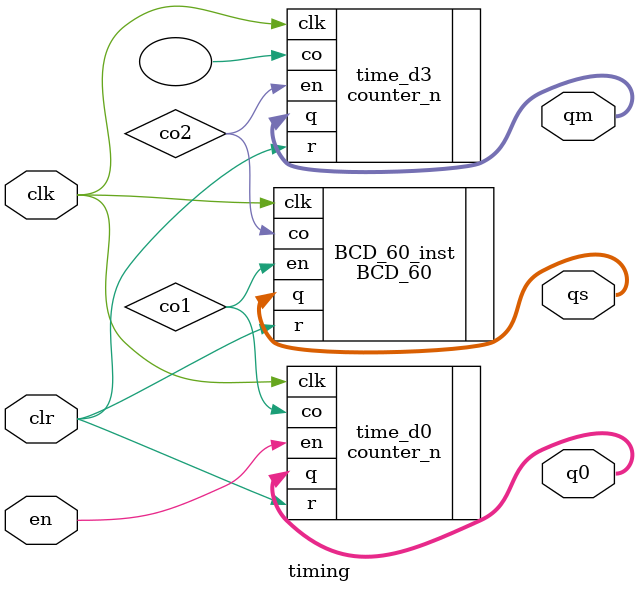
<source format=v>
module timing(en,clk,clr,q0,qs,qm);
	input en,clk,clr;
	output[3:0] q0,qm;
	output[7:0] qs;
	
	wire co1,co2;
	
/** Ê®½øÖÆ ¾«¶È0.1s  **/
	
	counter_n #(.n(10),.counter_bits(4)) time_d0(
		  .clk(clk),
		  .r(clr),
		  .en(en),
		  .co(co1),
		  .q(q0));
		  
/** 60½øÖÆBCD  ¾«¶È1s   **/

	BCD_60 BCD_60_inst(
		  .clk(clk),
		  .r(clr),
		  .en(co1),
		  .co(co2),
		  .q(qs));
		  
/** Ê®½øÖÆ ¾«¶È1min **/	  
	counter_n #(.n(10),.counter_bits(4)) time_d3(
		  .clk(clk),
		  .r(clr),
		  .en(co2),
		  .co(),
		  .q(qm));
		  
endmodule
</source>
